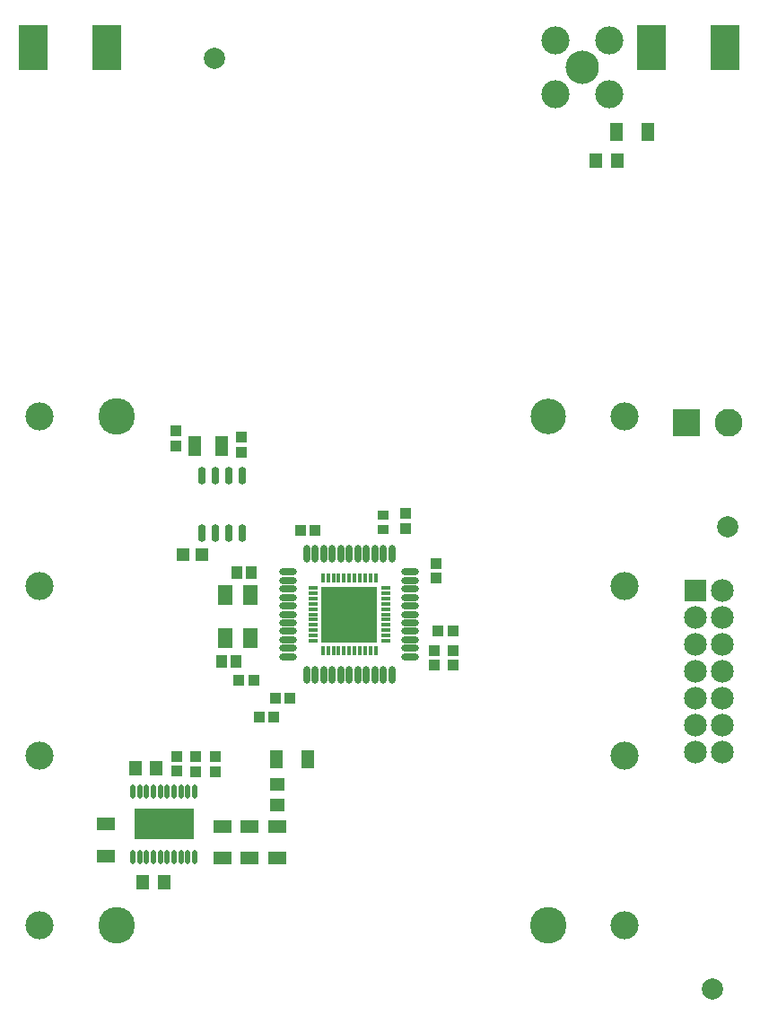
<source format=gbs>
G04*
G04 #@! TF.GenerationSoftware,Altium Limited,Altium Designer,20.2.7 (254)*
G04*
G04 Layer_Color=16711935*
%FSLAX25Y25*%
%MOIN*%
G70*
G04*
G04 #@! TF.SameCoordinates,AC8EE5C5-F73A-413B-8336-6D520369465E*
G04*
G04*
G04 #@! TF.FilePolarity,Negative*
G04*
G01*
G75*
%ADD30R,0.11083X0.17087*%
%ADD34R,0.03937X0.03937*%
%ADD35R,0.03937X0.03937*%
%ADD37R,0.04528X0.04724*%
%ADD42C,0.07874*%
%ADD43C,0.10335*%
%ADD44R,0.10335X0.10335*%
%ADD45C,0.10433*%
%ADD46C,0.13583*%
%ADD47C,0.13189*%
%ADD48C,0.12402*%
%ADD49C,0.08465*%
%ADD50R,0.08465X0.08465*%
%ADD86R,0.04528X0.06890*%
%ADD87R,0.05512X0.04528*%
%ADD88R,0.06890X0.04528*%
%ADD89R,0.04528X0.05512*%
%ADD90O,0.01968X0.05315*%
G04:AMPARAMS|DCode=91|XSize=114.17mil|YSize=222.44mil|CornerRadius=8.37mil|HoleSize=0mil|Usage=FLASHONLY|Rotation=90.000|XOffset=0mil|YOffset=0mil|HoleType=Round|Shape=RoundedRectangle|*
%AMROUNDEDRECTD91*
21,1,0.11417,0.20571,0,0,90.0*
21,1,0.09744,0.22244,0,0,90.0*
1,1,0.01673,0.10285,0.04872*
1,1,0.01673,0.10285,-0.04872*
1,1,0.01673,-0.10285,-0.04872*
1,1,0.01673,-0.10285,0.04872*
%
%ADD91ROUNDEDRECTD91*%
%ADD92R,0.04134X0.03347*%
%ADD93R,0.03740X0.01575*%
%ADD94R,0.01575X0.03740*%
%ADD95O,0.02756X0.06496*%
%ADD96O,0.06496X0.02756*%
%ADD97R,0.20669X0.20669*%
%ADD98R,0.04134X0.04528*%
%ADD99R,0.05315X0.07677*%
G04:AMPARAMS|DCode=100|XSize=66.93mil|YSize=29.53mil|CornerRadius=14.76mil|HoleSize=0mil|Usage=FLASHONLY|Rotation=270.000|XOffset=0mil|YOffset=0mil|HoleType=Round|Shape=RoundedRectangle|*
%AMROUNDEDRECTD100*
21,1,0.06693,0.00000,0,0,270.0*
21,1,0.03740,0.02953,0,0,270.0*
1,1,0.02953,0.00000,-0.01870*
1,1,0.02953,0.00000,0.01870*
1,1,0.02953,0.00000,0.01870*
1,1,0.02953,0.00000,-0.01870*
%
%ADD100ROUNDEDRECTD100*%
%ADD101R,0.04921X0.07677*%
D30*
X237825Y364173D02*
D03*
X265325D02*
D03*
X8100D02*
D03*
X35600D02*
D03*
D34*
X164173Y147244D02*
D03*
X158661D02*
D03*
X107480Y184646D02*
D03*
X112992D02*
D03*
X103543Y122441D02*
D03*
X98032D02*
D03*
X92126Y115354D02*
D03*
X97638D02*
D03*
X84646Y129134D02*
D03*
X90158D02*
D03*
D35*
X61417Y95276D02*
D03*
Y100787D02*
D03*
X75689Y95177D02*
D03*
Y100689D02*
D03*
X68602D02*
D03*
Y95177D02*
D03*
X157087Y140157D02*
D03*
Y134646D02*
D03*
X164173Y140157D02*
D03*
Y134646D02*
D03*
X157874Y166929D02*
D03*
Y172441D02*
D03*
X146457Y190945D02*
D03*
Y185433D02*
D03*
X61024Y221654D02*
D03*
Y216142D02*
D03*
X85433Y213779D02*
D03*
Y219291D02*
D03*
D37*
X63779Y175591D02*
D03*
X70866D02*
D03*
D42*
X266142Y186221D02*
D03*
X75408Y360025D02*
D03*
X260447Y14384D02*
D03*
D43*
X266457Y224803D02*
D03*
D44*
X250866D02*
D03*
D45*
X10630Y227165D02*
D03*
X227953D02*
D03*
Y38189D02*
D03*
X10630Y101181D02*
D03*
Y164173D02*
D03*
Y38189D02*
D03*
X227953Y164173D02*
D03*
Y101181D02*
D03*
X222205Y366693D02*
D03*
Y346693D02*
D03*
X202205D02*
D03*
Y366693D02*
D03*
D46*
X39173Y38189D02*
D03*
X199409D02*
D03*
X39173Y227165D02*
D03*
D47*
X199409D02*
D03*
D48*
X212205Y356693D02*
D03*
D49*
X264055Y132283D02*
D03*
X254055D02*
D03*
X264055Y142283D02*
D03*
X254055D02*
D03*
X264055Y152284D02*
D03*
X254055D02*
D03*
X264055Y162284D02*
D03*
X254055Y122283D02*
D03*
X264055D02*
D03*
X254055Y112284D02*
D03*
X264055D02*
D03*
X254055Y102284D02*
D03*
X264055D02*
D03*
D50*
X254055Y162284D02*
D03*
D86*
X98425Y99606D02*
D03*
X110236D02*
D03*
X224803Y332677D02*
D03*
X236614D02*
D03*
D87*
X98819Y90552D02*
D03*
Y82678D02*
D03*
D88*
X98819Y74803D02*
D03*
Y62992D02*
D03*
X88583Y74803D02*
D03*
Y62992D02*
D03*
X78347Y74803D02*
D03*
Y62992D02*
D03*
X35039Y75590D02*
D03*
Y63779D02*
D03*
D89*
X53937Y96457D02*
D03*
X46063D02*
D03*
X48922Y54040D02*
D03*
X56796D02*
D03*
X217322Y322047D02*
D03*
X225196D02*
D03*
D90*
X45177Y87795D02*
D03*
X47736D02*
D03*
X50295D02*
D03*
X52854D02*
D03*
X55413D02*
D03*
X57972D02*
D03*
X60532D02*
D03*
X63090D02*
D03*
X65650D02*
D03*
X68209D02*
D03*
X45177Y63386D02*
D03*
X47736D02*
D03*
X50295D02*
D03*
X52854D02*
D03*
X55413D02*
D03*
X57972D02*
D03*
X60532Y63386D02*
D03*
X63090Y63386D02*
D03*
X65650Y63386D02*
D03*
X68209Y63386D02*
D03*
D91*
X56693Y75590D02*
D03*
D92*
X138189Y190551D02*
D03*
Y185039D02*
D03*
D93*
X112008Y161417D02*
D03*
Y163386D02*
D03*
Y143701D02*
D03*
Y145669D02*
D03*
Y147638D02*
D03*
Y149606D02*
D03*
Y151575D02*
D03*
Y153543D02*
D03*
Y155512D02*
D03*
Y157480D02*
D03*
Y159449D02*
D03*
X139173Y145669D02*
D03*
Y143701D02*
D03*
Y163386D02*
D03*
Y161417D02*
D03*
Y159449D02*
D03*
Y157480D02*
D03*
Y155512D02*
D03*
Y153543D02*
D03*
Y151575D02*
D03*
Y149606D02*
D03*
Y147638D02*
D03*
D94*
X115748Y167126D02*
D03*
X117717D02*
D03*
X119685D02*
D03*
X121653D02*
D03*
X123622D02*
D03*
X125591D02*
D03*
X127559D02*
D03*
X129528D02*
D03*
X131496D02*
D03*
X115748Y139961D02*
D03*
X117717D02*
D03*
X119685D02*
D03*
X121653D02*
D03*
X123622D02*
D03*
X125591D02*
D03*
X127559D02*
D03*
X129528D02*
D03*
X131496D02*
D03*
X133465Y167126D02*
D03*
Y139961D02*
D03*
X135433Y167126D02*
D03*
X135433Y139961D02*
D03*
D95*
X141339Y130905D02*
D03*
X138189D02*
D03*
X135039D02*
D03*
X131890D02*
D03*
X128740D02*
D03*
X125591D02*
D03*
X122441D02*
D03*
X119291D02*
D03*
X116142D02*
D03*
X112992D02*
D03*
X109843D02*
D03*
Y176181D02*
D03*
X112992D02*
D03*
X116142D02*
D03*
X119291D02*
D03*
X122441D02*
D03*
X125591D02*
D03*
X128740D02*
D03*
X131890D02*
D03*
X135039D02*
D03*
X138189D02*
D03*
X141339D02*
D03*
D96*
X102953Y137795D02*
D03*
Y140945D02*
D03*
Y144095D02*
D03*
Y147244D02*
D03*
Y150394D02*
D03*
Y153543D02*
D03*
Y156693D02*
D03*
Y159843D02*
D03*
Y162992D02*
D03*
Y166142D02*
D03*
Y169291D02*
D03*
X148228D02*
D03*
Y166142D02*
D03*
Y162992D02*
D03*
Y159843D02*
D03*
Y156693D02*
D03*
Y153543D02*
D03*
Y150394D02*
D03*
Y147244D02*
D03*
Y144095D02*
D03*
Y140945D02*
D03*
Y137795D02*
D03*
D97*
X125591Y153543D02*
D03*
D98*
X78051Y136221D02*
D03*
X83366D02*
D03*
X89272Y168898D02*
D03*
X83957D02*
D03*
D99*
X79528Y160630D02*
D03*
Y144882D02*
D03*
X88976D02*
D03*
Y160630D02*
D03*
D100*
X70846Y183858D02*
D03*
X75846D02*
D03*
X80847D02*
D03*
X85847D02*
D03*
Y205118D02*
D03*
X80847D02*
D03*
X75846D02*
D03*
X70846D02*
D03*
D101*
X68306Y216142D02*
D03*
X78149D02*
D03*
M02*

</source>
